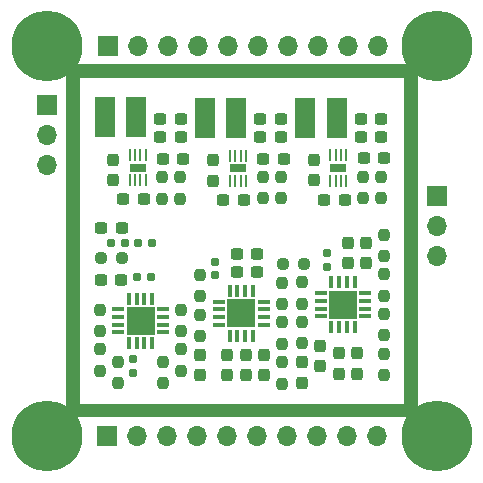
<source format=gbs>
%TF.GenerationSoftware,KiCad,Pcbnew,(6.0.6)*%
%TF.CreationDate,2022-07-20T12:02:57+02:00*%
%TF.ProjectId,low_freq_board,6c6f775f-6672-4657-915f-626f6172642e,rev?*%
%TF.SameCoordinates,PX4f27ac0PY57bcf00*%
%TF.FileFunction,Soldermask,Bot*%
%TF.FilePolarity,Negative*%
%FSLAX46Y46*%
G04 Gerber Fmt 4.6, Leading zero omitted, Abs format (unit mm)*
G04 Created by KiCad (PCBNEW (6.0.6)) date 2022-07-20 12:02:57*
%MOMM*%
%LPD*%
G01*
G04 APERTURE LIST*
G04 Aperture macros list*
%AMRoundRect*
0 Rectangle with rounded corners*
0 $1 Rounding radius*
0 $2 $3 $4 $5 $6 $7 $8 $9 X,Y pos of 4 corners*
0 Add a 4 corners polygon primitive as box body*
4,1,4,$2,$3,$4,$5,$6,$7,$8,$9,$2,$3,0*
0 Add four circle primitives for the rounded corners*
1,1,$1+$1,$2,$3*
1,1,$1+$1,$4,$5*
1,1,$1+$1,$6,$7*
1,1,$1+$1,$8,$9*
0 Add four rect primitives between the rounded corners*
20,1,$1+$1,$2,$3,$4,$5,0*
20,1,$1+$1,$4,$5,$6,$7,0*
20,1,$1+$1,$6,$7,$8,$9,0*
20,1,$1+$1,$8,$9,$2,$3,0*%
G04 Aperture macros list end*
%ADD10R,1.700000X1.700000*%
%ADD11O,1.700000X1.700000*%
%ADD12C,6.000000*%
%ADD13R,0.350000X1.000000*%
%ADD14R,1.000000X0.350000*%
%ADD15R,2.400000X2.400000*%
%ADD16RoundRect,0.237500X0.237500X-0.300000X0.237500X0.300000X-0.237500X0.300000X-0.237500X-0.300000X0*%
%ADD17RoundRect,0.237500X0.237500X-0.250000X0.237500X0.250000X-0.237500X0.250000X-0.237500X-0.250000X0*%
%ADD18RoundRect,0.237500X-0.237500X0.250000X-0.237500X-0.250000X0.237500X-0.250000X0.237500X0.250000X0*%
%ADD19RoundRect,0.237500X-0.237500X0.300000X-0.237500X-0.300000X0.237500X-0.300000X0.237500X0.300000X0*%
%ADD20RoundRect,0.237500X-0.300000X-0.237500X0.300000X-0.237500X0.300000X0.237500X-0.300000X0.237500X0*%
%ADD21RoundRect,0.237500X-0.250000X-0.237500X0.250000X-0.237500X0.250000X0.237500X-0.250000X0.237500X0*%
%ADD22RoundRect,0.155000X0.155000X-0.212500X0.155000X0.212500X-0.155000X0.212500X-0.155000X-0.212500X0*%
%ADD23RoundRect,0.237500X0.300000X0.237500X-0.300000X0.237500X-0.300000X-0.237500X0.300000X-0.237500X0*%
%ADD24R,1.803400X3.505200*%
%ADD25RoundRect,0.160000X0.197500X0.160000X-0.197500X0.160000X-0.197500X-0.160000X0.197500X-0.160000X0*%
%ADD26R,0.254000X1.066800*%
%ADD27R,1.371600X0.635000*%
%ADD28RoundRect,0.237500X0.250000X0.237500X-0.250000X0.237500X-0.250000X-0.237500X0.250000X-0.237500X0*%
%ADD29RoundRect,0.155000X-0.212500X-0.155000X0.212500X-0.155000X0.212500X0.155000X-0.212500X0.155000X0*%
%ADD30RoundRect,0.155000X-0.155000X0.212500X-0.155000X-0.212500X0.155000X-0.212500X0.155000X0.212500X0*%
G04 APERTURE END LIST*
D10*
%TO.C,J3*%
X8569997Y3499999D03*
D11*
X11109997Y3499999D03*
X13649997Y3499999D03*
X16189997Y3499999D03*
X18729997Y3499999D03*
X21269997Y3499999D03*
X23809997Y3499999D03*
X26349997Y3499999D03*
X28889997Y3499999D03*
X31429997Y3499999D03*
%TD*%
D12*
%TO.C,H1*%
X3500001Y36500003D03*
%TD*%
%TO.C,H3*%
X3500001Y3500001D03*
%TD*%
D10*
%TO.C,J4*%
X3500000Y31500000D03*
D11*
X3500000Y28960000D03*
X3500000Y26420000D03*
%TD*%
D10*
%TO.C,J1*%
X8700000Y36500000D03*
D11*
X11240000Y36500000D03*
X13780000Y36500000D03*
X16320000Y36500000D03*
X18860000Y36500000D03*
X21400000Y36500000D03*
X23940000Y36500000D03*
X26480000Y36500000D03*
X29020000Y36500000D03*
X31560000Y36500000D03*
%TD*%
D12*
%TO.C,H4*%
X36500003Y3500001D03*
%TD*%
%TO.C,H2*%
X36500003Y36500003D03*
%TD*%
D10*
%TO.C,J2*%
X36500000Y23800000D03*
D11*
X36500000Y21260000D03*
X36500000Y18720000D03*
%TD*%
D13*
%TO.C,U4*%
X29540393Y12714607D03*
X28890393Y12714607D03*
X28240393Y12714607D03*
X27590393Y12714607D03*
D14*
X26665393Y13639607D03*
X26665393Y14289607D03*
X26665393Y14939607D03*
X26665393Y15589607D03*
D13*
X27590393Y16514607D03*
X28240393Y16514607D03*
X28890393Y16514607D03*
X29540393Y16514607D03*
D14*
X30465393Y15589607D03*
X30465393Y14939607D03*
X30465393Y14289607D03*
X30465393Y13639607D03*
D15*
X28565393Y14614607D03*
%TD*%
D16*
%TO.C,C4*%
X17569904Y25120407D03*
X17569904Y26845407D03*
%TD*%
D17*
%TO.C,R15*%
X7982893Y12382107D03*
X7982893Y14207107D03*
%TD*%
D18*
%TO.C,R7*%
X32005393Y13847107D03*
X32005393Y12022107D03*
%TD*%
D19*
%TO.C,C15*%
X29730393Y10492107D03*
X29730393Y8767107D03*
%TD*%
D16*
%TO.C,C29*%
X28960393Y18117107D03*
X28960393Y19842107D03*
%TD*%
D19*
%TO.C,C32*%
X20322893Y10399607D03*
X20322893Y8674607D03*
%TD*%
D18*
%TO.C,R16*%
X7970393Y10837107D03*
X7970393Y9012107D03*
%TD*%
D17*
%TO.C,R3*%
X30272893Y23647107D03*
X30272893Y25472107D03*
%TD*%
D20*
%TO.C,C5*%
X30080393Y28799607D03*
X31805393Y28799607D03*
%TD*%
D18*
%TO.C,R19*%
X14870393Y10847107D03*
X14870393Y9022107D03*
%TD*%
D20*
%TO.C,C6*%
X30330393Y26999607D03*
X32055393Y26999607D03*
%TD*%
D21*
%TO.C,R21*%
X8047893Y18606212D03*
X9872893Y18606212D03*
%TD*%
D17*
%TO.C,R14*%
X23392893Y7934607D03*
X23392893Y9759607D03*
%TD*%
D22*
%TO.C,C14*%
X27180393Y17842107D03*
X27180393Y18977107D03*
%TD*%
D19*
%TO.C,C13*%
X28190393Y10492107D03*
X28190393Y8767107D03*
%TD*%
D17*
%TO.C,R9*%
X25125393Y11342107D03*
X25125393Y13167107D03*
%TD*%
D23*
%TO.C,C7*%
X28692893Y23519607D03*
X26967893Y23519607D03*
%TD*%
%TO.C,C11*%
X11685393Y23567107D03*
X9960393Y23567107D03*
%TD*%
D17*
%TO.C,R17*%
X9500393Y7962107D03*
X9500393Y9787107D03*
%TD*%
D23*
%TO.C,C30*%
X21315393Y17347107D03*
X19590393Y17347107D03*
%TD*%
D18*
%TO.C,R24*%
X16472893Y13779607D03*
X16472893Y11954607D03*
%TD*%
D20*
%TO.C,C2*%
X21817404Y26982907D03*
X23542404Y26982907D03*
%TD*%
D19*
%TO.C,C28*%
X26650393Y11122107D03*
X26650393Y9397107D03*
%TD*%
D20*
%TO.C,C10*%
X13335393Y26957107D03*
X15060393Y26957107D03*
%TD*%
D13*
%TO.C,U5*%
X20917893Y11997107D03*
X20267893Y11997107D03*
X19617893Y11997107D03*
X18967893Y11997107D03*
D14*
X18042893Y12922107D03*
X18042893Y13572107D03*
X18042893Y14222107D03*
X18042893Y14872107D03*
D13*
X18967893Y15797107D03*
X19617893Y15797107D03*
X20267893Y15797107D03*
X20917893Y15797107D03*
D14*
X21842893Y14872107D03*
X21842893Y14222107D03*
X21842893Y13572107D03*
X21842893Y12922107D03*
D15*
X19942893Y13897107D03*
%TD*%
D23*
%TO.C,C23*%
X9822893Y21106212D03*
X8097893Y21106212D03*
%TD*%
D17*
%TO.C,R1*%
X21759904Y23630407D03*
X21759904Y25455407D03*
%TD*%
D24*
%TO.C,L3*%
X11069082Y30497102D03*
X8376682Y30497102D03*
%TD*%
D18*
%TO.C,R6*%
X14797893Y25429607D03*
X14797893Y23604607D03*
%TD*%
D22*
%TO.C,C19*%
X17752893Y17129607D03*
X17752893Y18264607D03*
%TD*%
D23*
%TO.C,C3*%
X20169205Y23522907D03*
X18444205Y23522907D03*
%TD*%
D17*
%TO.C,R20*%
X13350393Y7972107D03*
X13350393Y9797107D03*
%TD*%
D20*
%TO.C,C1*%
X21567404Y28830307D03*
X23292404Y28830307D03*
%TD*%
D24*
%TO.C,L2*%
X28061580Y30469619D03*
X25369180Y30469619D03*
%TD*%
D20*
%TO.C,C24*%
X21567404Y30352907D03*
X23292404Y30352907D03*
%TD*%
D17*
%TO.C,R10*%
X25125393Y14702107D03*
X25125393Y16527107D03*
%TD*%
D19*
%TO.C,C31*%
X16472893Y10369607D03*
X16472893Y8644607D03*
%TD*%
D17*
%TO.C,R18*%
X14862893Y12382107D03*
X14862893Y14207107D03*
%TD*%
D18*
%TO.C,R26*%
X23382893Y16499607D03*
X23382893Y14674607D03*
%TD*%
D19*
%TO.C,C20*%
X21852893Y10399607D03*
X21852893Y8674607D03*
%TD*%
D16*
%TO.C,C16*%
X30490393Y18117107D03*
X30490393Y19842107D03*
%TD*%
D23*
%TO.C,C26*%
X9765393Y16687107D03*
X8040393Y16687107D03*
%TD*%
D16*
%TO.C,C8*%
X26082893Y25137107D03*
X26082893Y26862107D03*
%TD*%
D17*
%TO.C,R8*%
X32010393Y8657107D03*
X32010393Y10482107D03*
%TD*%
D25*
%TO.C,R23*%
X10107893Y19856212D03*
X8912893Y19856212D03*
%TD*%
D19*
%TO.C,C18*%
X18772893Y10399607D03*
X18772893Y8674607D03*
%TD*%
D14*
%TO.C,U6*%
X9520393Y12269607D03*
X9520393Y12919607D03*
X9520393Y13569607D03*
X9520393Y14219607D03*
D13*
X10445393Y15144607D03*
X11095393Y15144607D03*
X11745393Y15144607D03*
X12395393Y15144607D03*
D14*
X13320393Y14219607D03*
X13320393Y13569607D03*
X13320393Y12919607D03*
X13320393Y12269607D03*
D13*
X12395393Y11344607D03*
X11745393Y11344607D03*
X11095393Y11344607D03*
X10445393Y11344607D03*
D15*
X11420393Y13244607D03*
%TD*%
D18*
%TO.C,R12*%
X32010393Y20562107D03*
X32010393Y18737107D03*
%TD*%
D17*
%TO.C,R5*%
X13277893Y23604607D03*
X13277893Y25429607D03*
%TD*%
D20*
%TO.C,C9*%
X13092893Y28817107D03*
X14817893Y28817107D03*
%TD*%
D19*
%TO.C,C17*%
X25130393Y9752107D03*
X25130393Y8027107D03*
%TD*%
D20*
%TO.C,C25*%
X30080393Y30319607D03*
X31805393Y30319607D03*
%TD*%
D26*
%TO.C,U1*%
X18989898Y27247088D03*
X19439897Y27247088D03*
X19889899Y27247088D03*
X20339898Y27247088D03*
X20339898Y25113488D03*
X19889899Y25113488D03*
X19439897Y25113488D03*
X18989898Y25113488D03*
D27*
X19664898Y26180288D03*
%TD*%
D23*
%TO.C,C33*%
X21312500Y18900000D03*
X19587500Y18900000D03*
%TD*%
D18*
%TO.C,R2*%
X23279904Y25455407D03*
X23279904Y23630407D03*
%TD*%
D28*
%TO.C,R27*%
X25275393Y18067107D03*
X23450393Y18067107D03*
%TD*%
D18*
%TO.C,R4*%
X31792893Y25472107D03*
X31792893Y23647107D03*
%TD*%
D29*
%TO.C,C22*%
X11152893Y16950000D03*
X12287893Y16950000D03*
%TD*%
D20*
%TO.C,C27*%
X13092893Y30327107D03*
X14817893Y30327107D03*
%TD*%
D16*
%TO.C,C12*%
X9087893Y25164607D03*
X9087893Y26889607D03*
%TD*%
D26*
%TO.C,U2*%
X27503354Y27266392D03*
X27953353Y27266392D03*
X28403355Y27266392D03*
X28853354Y27266392D03*
X28853354Y25132792D03*
X28403355Y25132792D03*
X27953353Y25132792D03*
X27503354Y25132792D03*
D27*
X28178354Y26199592D03*
%TD*%
D25*
%TO.C,R22*%
X12397500Y19850000D03*
X11202500Y19850000D03*
%TD*%
D30*
%TO.C,C21*%
X10760393Y10012107D03*
X10760393Y8877107D03*
%TD*%
D24*
%TO.C,L1*%
X19545672Y30462812D03*
X16853272Y30462812D03*
%TD*%
D18*
%TO.C,R25*%
X16472893Y17149607D03*
X16472893Y15324607D03*
%TD*%
D26*
%TO.C,U3*%
X10508330Y27283893D03*
X10958329Y27283893D03*
X11408331Y27283893D03*
X11858330Y27283893D03*
X11858330Y25150293D03*
X11408331Y25150293D03*
X10958329Y25150293D03*
X10508330Y25150293D03*
D27*
X11183330Y26217093D03*
%TD*%
D17*
%TO.C,R11*%
X32005393Y15382107D03*
X32005393Y17207107D03*
%TD*%
D18*
%TO.C,R13*%
X23382893Y13129607D03*
X23382893Y11304607D03*
%TD*%
G36*
X34842121Y34979998D02*
G01*
X34888614Y34926342D01*
X34900000Y34874000D01*
X34900000Y5226000D01*
X34879998Y5157879D01*
X34826342Y5111386D01*
X34774000Y5100000D01*
X5226000Y5100000D01*
X5157879Y5120002D01*
X5111386Y5173658D01*
X5100000Y5226000D01*
X5100000Y6218117D01*
X6300000Y6218117D01*
X6304475Y6202877D01*
X6305866Y6201672D01*
X6313545Y6200001D01*
X33681885Y6199999D01*
X33697124Y6204474D01*
X33698329Y6205864D01*
X33700000Y6213547D01*
X33700108Y33781883D01*
X33695633Y33797123D01*
X33694236Y33798334D01*
X33686569Y33800003D01*
X6318225Y33807204D01*
X6302982Y33802733D01*
X6301783Y33801350D01*
X6300108Y33793654D01*
X6300000Y6218117D01*
X5100000Y6218117D01*
X5100000Y34874000D01*
X5120002Y34942121D01*
X5173658Y34988614D01*
X5226000Y35000000D01*
X34774000Y35000000D01*
X34842121Y34979998D01*
G37*
M02*

</source>
